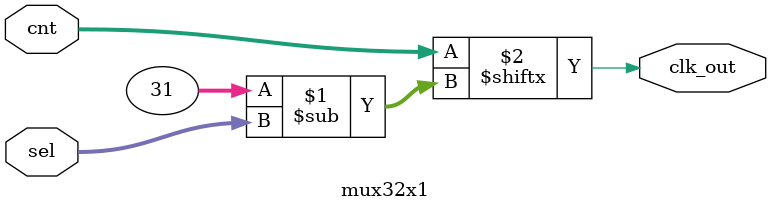
<source format=v>
`timescale 1ns / 1ps


module mux32x1(
    input [31:0] cnt, 
    input [4:0] sel, // speed selector (0-31), 0 being slowest 
    output clk_out //divided clock 
 
    );
    
    assign clk_out = cnt[31 - sel]; // without 31 - : this would be inverted on the physical switches
    
    
endmodule

</source>
